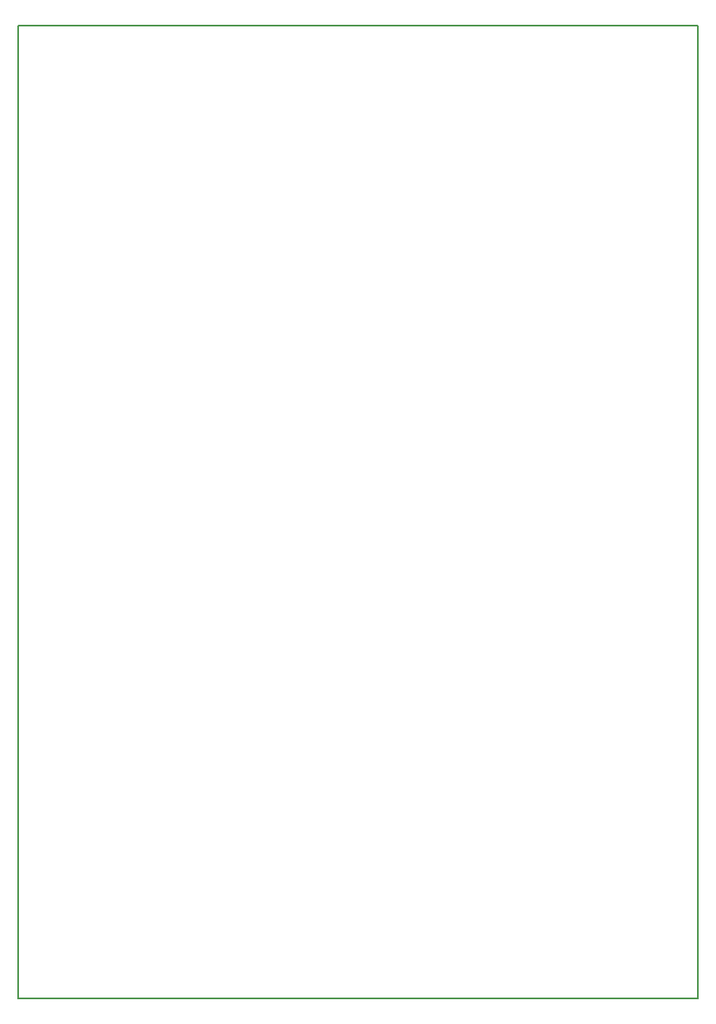
<source format=gm1>
G04 MADE WITH FRITZING*
G04 WWW.FRITZING.ORG*
G04 DOUBLE SIDED*
G04 HOLES PLATED*
G04 CONTOUR ON CENTER OF CONTOUR VECTOR*
%ASAXBY*%
%FSLAX23Y23*%
%MOIN*%
%OFA0B0*%
%SFA1.0B1.0*%
%ADD10R,2.755910X3.937010*%
%ADD11C,0.008000*%
%ADD10C,0.008*%
%LNCONTOUR*%
G90*
G70*
G54D10*
G54D11*
X4Y3933D02*
X2752Y3933D01*
X2752Y4D01*
X4Y4D01*
X4Y3933D01*
D02*
G04 End of contour*
M02*
</source>
